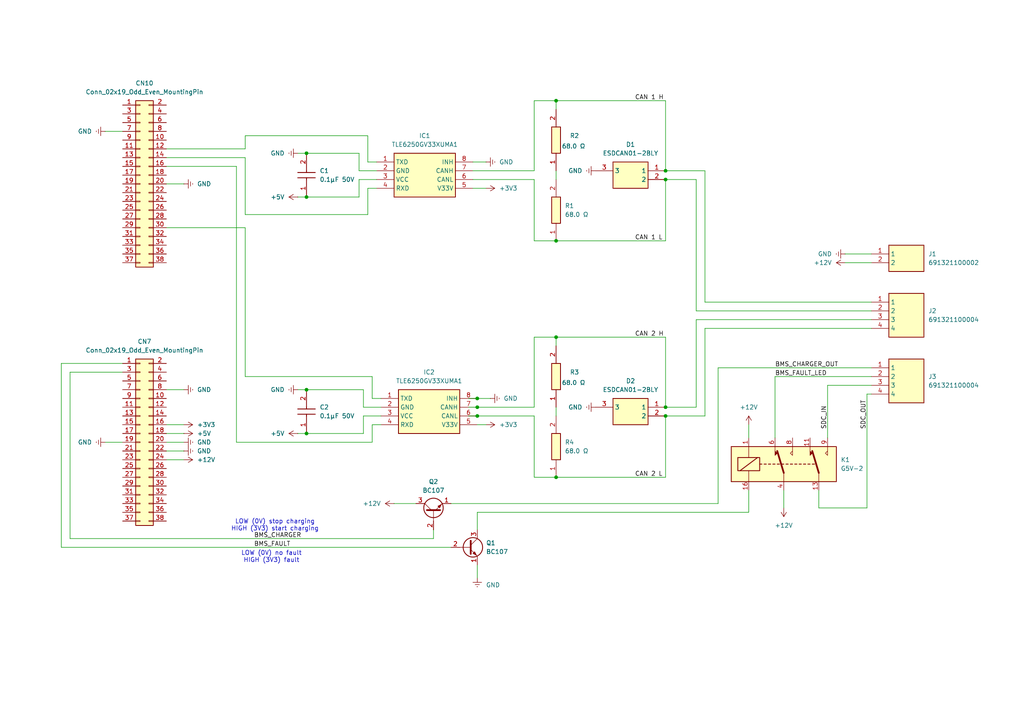
<source format=kicad_sch>
(kicad_sch (version 20250114) (generator "eeschema") (generator_version "9.0")
  (paper "A4")
  (title_block (title "CAN-Shield for NUCLEO-G474RE") (date "2025-06-21") (rev "v1") (company "Green Lion Racing") (comment 1 "Alexander Wallrodt") (comment 2 "Ahmed Bouzidi"))
  (lib_symbols
    (symbol "691321100004_1"
      (property "Reference" "J" (at 16.51 7.62 0))
      (property "Value" "691321100004" (at 16.51 5.08 0))
      (symbol "691321100004_1_1_1"
        (rectangle (start 5.08 2.54) (end 15.24 -10.16) (stroke (width 0.254)) (fill (type background)))
        (pin passive line (at 0 0 0) (length 5.08) (name "1") (number "1"))
        (pin passive line (at 0 -2.54 0) (length 5.08) (name "2") (number "2"))
        (pin passive line (at 0 -5.08 0) (length 5.08) (name "3") (number "3"))
        (pin passive line (at 0 -7.62 0) (length 5.08) (name "4") (number "4"))
      )
    )
    (symbol "Conn_02x19_Odd_Even_MountingPin_1" (pin_names (offset 1.016) (hide yes))
      (property "Reference" "CN10" (at 1.27 29.21 0))
      (property "Value" "Conn_02x19_Odd_Even_MountingPin" (at 1.27 26.67 0))
      (symbol "Conn_02x19_Odd_Even_MountingPin_1_1_1"
        (rectangle (start -1.27 24.13) (end 3.81 -24.13) (stroke (width 0.254)) (fill (type background)))
        (rectangle (start -1.27 22.987) (end 0 22.733) (stroke (width 0.1524)))
        (rectangle (start -1.27 20.447) (end 0 20.193) (stroke (width 0.1524)))
        (rectangle (start -1.27 17.907) (end 0 17.653) (stroke (width 0.1524)))
        (rectangle (start -1.27 15.367) (end 0 15.113) (stroke (width 0.1524)))
        (rectangle (start -1.27 12.827) (end 0 12.573) (stroke (width 0.1524)))
        (rectangle (start -1.27 10.287) (end 0 10.033) (stroke (width 0.1524)))
        (rectangle (start -1.27 7.747) (end 0 7.493) (stroke (width 0.1524)))
        (rectangle (start -1.27 5.207) (end 0 4.953) (stroke (width 0.1524)))
        (rectangle (start -1.27 2.667) (end 0 2.413) (stroke (width 0.1524)))
        (rectangle (start -1.27 0.127) (end 0 -0.127) (stroke (width 0.1524)))
        (rectangle (start -1.27 -2.413) (end 0 -2.667) (stroke (width 0.1524)))
        (rectangle (start -1.27 -4.953) (end 0 -5.207) (stroke (width 0.1524)))
        (rectangle (start -1.27 -7.493) (end 0 -7.747) (stroke (width 0.1524)))
        (rectangle (start -1.27 -10.033) (end 0 -10.287) (stroke (width 0.1524)))
        (rectangle (start -1.27 -12.573) (end 0 -12.827) (stroke (width 0.1524)))
        (rectangle (start -1.27 -15.113) (end 0 -15.367) (stroke (width 0.1524)))
        (rectangle (start -1.27 -17.653) (end 0 -17.907) (stroke (width 0.1524)))
        (rectangle (start -1.27 -20.193) (end 0 -20.447) (stroke (width 0.1524)))
        (rectangle (start -1.27 -22.733) (end 0 -22.987) (stroke (width 0.1524)))
        (rectangle (start 3.81 22.987) (end 2.54 22.733) (stroke (width 0.1524)))
        (rectangle (start 3.81 20.447) (end 2.54 20.193) (stroke (width 0.1524)))
        (rectangle (start 3.81 17.907) (end 2.54 17.653) (stroke (width 0.1524)))
        (rectangle (start 3.81 15.367) (end 2.54 15.113) (stroke (width 0.1524)))
        (rectangle (start 3.81 12.827) (end 2.54 12.573) (stroke (width 0.1524)))
        (rectangle (start 3.81 10.287) (end 2.54 10.033) (stroke (width 0.1524)))
        (rectangle (start 3.81 7.747) (end 2.54 7.493) (stroke (width 0.1524)))
        (rectangle (start 3.81 5.207) (end 2.54 4.953) (stroke (width 0.1524)))
        (rectangle (start 3.81 2.667) (end 2.54 2.413) (stroke (width 0.1524)))
        (rectangle (start 3.81 0.127) (end 2.54 -0.127) (stroke (width 0.1524)))
        (rectangle (start 3.81 -2.413) (end 2.54 -2.667) (stroke (width 0.1524)))
        (rectangle (start 3.81 -4.953) (end 2.54 -5.207) (stroke (width 0.1524)))
        (rectangle (start 3.81 -7.493) (end 2.54 -7.747) (stroke (width 0.1524)))
        (rectangle (start 3.81 -10.033) (end 2.54 -10.287) (stroke (width 0.1524)))
        (rectangle (start 3.81 -12.573) (end 2.54 -12.827) (stroke (width 0.1524)))
        (rectangle (start 3.81 -15.113) (end 2.54 -15.367) (stroke (width 0.1524)))
        (rectangle (start 3.81 -17.653) (end 2.54 -17.907) (stroke (width 0.1524)))
        (rectangle (start 3.81 -20.193) (end 2.54 -20.447) (stroke (width 0.1524)))
        (rectangle (start 3.81 -22.733) (end 2.54 -22.987) (stroke (width 0.1524)))
        (pin passive line (at -5.08 22.86 0) (length 3.81) (name "Pin_1") (number "1"))
        (pin passive line (at -5.08 20.32 0) (length 3.81) (name "Pin_3") (number "3"))
        (pin passive line (at -5.08 17.78 0) (length 3.81) (name "Pin_5") (number "5"))
        (pin passive line (at -5.08 15.24 0) (length 3.81) (name "Pin_7") (number "7"))
        (pin passive line (at -5.08 12.7 0) (length 3.81) (name "Pin_9") (number "9"))
        (pin passive line (at -5.08 10.16 0) (length 3.81) (name "Pin_11") (number "11"))
        (pin passive line (at -5.08 7.62 0) (length 3.81) (name "Pin_13") (number "13"))
        (pin passive line (at -5.08 5.08 0) (length 3.81) (name "Pin_15") (number "15"))
        (pin passive line (at -5.08 2.54 0) (length 3.81) (name "Pin_17") (number "17"))
        (pin passive line (at -5.08 0 0) (length 3.81) (name "Pin_19") (number "19"))
        (pin passive line (at -5.08 -2.54 0) (length 3.81) (name "Pin_21") (number "21"))
        (pin passive line (at -5.08 -5.08 0) (length 3.81) (name "Pin_23") (number "23"))
        (pin passive line (at -5.08 -7.62 0) (length 3.81) (name "Pin_25") (number "25"))
        (pin passive line (at -5.08 -10.16 0) (length 3.81) (name "Pin_27") (number "27"))
        (pin passive line (at -5.08 -12.7 0) (length 3.81) (name "Pin_29") (number "29"))
        (pin passive line (at -5.08 -15.24 0) (length 3.81) (name "Pin_31") (number "31"))
        (pin passive line (at -5.08 -17.78 0) (length 3.81) (name "Pin_33") (number "33"))
        (pin passive line (at -5.08 -20.32 0) (length 3.81) (name "Pin_35") (number "35"))
        (pin passive line (at -5.08 -22.86 0) (length 3.81) (name "Pin_37") (number "37"))
        (pin passive line (at 7.62 22.86 180) (length 3.81) (name "Pin_2") (number "2"))
        (pin passive line (at 7.62 20.32 180) (length 3.81) (name "Pin_4") (number "4"))
        (pin passive line (at 7.62 17.78 180) (length 3.81) (name "Pin_6") (number "6"))
        (pin passive line (at 7.62 15.24 180) (length 3.81) (name "Pin_8") (number "8"))
        (pin passive line (at 7.62 12.7 180) (length 3.81) (name "Pin_10") (number "10"))
        (pin passive line (at 7.62 10.16 180) (length 3.81) (name "Pin_12") (number "12"))
        (pin passive line (at 7.62 7.62 180) (length 3.81) (name "Pin_14") (number "14"))
        (pin passive line (at 7.62 5.08 180) (length 3.81) (name "Pin_16") (number "16"))
        (pin passive line (at 7.62 2.54 180) (length 3.81) (name "Pin_18") (number "18"))
        (pin passive line (at 7.62 0 180) (length 3.81) (name "Pin_20") (number "20"))
        (pin passive line (at 7.62 -2.54 180) (length 3.81) (name "Pin_22") (number "22"))
        (pin passive line (at 7.62 -5.08 180) (length 3.81) (name "Pin_24") (number "24"))
        (pin passive line (at 7.62 -7.62 180) (length 3.81) (name "Pin_26") (number "26"))
        (pin passive line (at 7.62 -10.16 180) (length 3.81) (name "Pin_28") (number "28"))
        (pin passive line (at 7.62 -12.7 180) (length 3.81) (name "Pin_30") (number "30"))
        (pin passive line (at 7.62 -15.24 180) (length 3.81) (name "Pin_32") (number "32"))
        (pin passive line (at 7.62 -17.78 180) (length 3.81) (name "Pin_34") (number "34"))
        (pin passive line (at 7.62 -20.32 180) (length 3.81) (name "Pin_36") (number "36"))
        (pin passive line (at 7.62 -22.86 180) (length 3.81) (name "Pin_38") (number "38"))
      )
    )
    (symbol "Connector_Generic_MountingPin:Conn_02x19_Odd_Even_MountingPin" (pin_names (offset 1.016) (hide yes))
      (property "Reference" "CN7" (at 1.27 29.21 0))
      (property "Value" "Conn_02x19_Odd_Even_MountingPin" (at 1.27 26.67 0))
      (symbol "Conn_02x19_Odd_Even_MountingPin_1_1"
        (rectangle (start -1.27 24.13) (end 3.81 -24.13) (stroke (width 0.254)) (fill (type background)))
        (rectangle (start -1.27 22.987) (end 0 22.733) (stroke (width 0.1524)))
        (rectangle (start -1.27 20.447) (end 0 20.193) (stroke (width 0.1524)))
        (rectangle (start -1.27 17.907) (end 0 17.653) (stroke (width 0.1524)))
        (rectangle (start -1.27 15.367) (end 0 15.113) (stroke (width 0.1524)))
        (rectangle (start -1.27 12.827) (end 0 12.573) (stroke (width 0.1524)))
        (rectangle (start -1.27 10.287) (end 0 10.033) (stroke (width 0.1524)))
        (rectangle (start -1.27 7.747) (end 0 7.493) (stroke (width 0.1524)))
        (rectangle (start -1.27 5.207) (end 0 4.953) (stroke (width 0.1524)))
        (rectangle (start -1.27 2.667) (end 0 2.413) (stroke (width 0.1524)))
        (rectangle (start -1.27 0.127) (end 0 -0.127) (stroke (width 0.1524)))
        (rectangle (start -1.27 -2.413) (end 0 -2.667) (stroke (width 0.1524)))
        (rectangle (start -1.27 -4.953) (end 0 -5.207) (stroke (width 0.1524)))
        (rectangle (start -1.27 -7.493) (end 0 -7.747) (stroke (width 0.1524)))
        (rectangle (start -1.27 -10.033) (end 0 -10.287) (stroke (width 0.1524)))
        (rectangle (start -1.27 -12.573) (end 0 -12.827) (stroke (width 0.1524)))
        (rectangle (start -1.27 -15.113) (end 0 -15.367) (stroke (width 0.1524)))
        (rectangle (start -1.27 -17.653) (end 0 -17.907) (stroke (width 0.1524)))
        (rectangle (start -1.27 -20.193) (end 0 -20.447) (stroke (width 0.1524)))
        (rectangle (start -1.27 -22.733) (end 0 -22.987) (stroke (width 0.1524)))
        (rectangle (start 3.81 22.987) (end 2.54 22.733) (stroke (width 0.1524)))
        (rectangle (start 3.81 20.447) (end 2.54 20.193) (stroke (width 0.1524)))
        (rectangle (start 3.81 17.907) (end 2.54 17.653) (stroke (width 0.1524)))
        (rectangle (start 3.81 15.367) (end 2.54 15.113) (stroke (width 0.1524)))
        (rectangle (start 3.81 12.827) (end 2.54 12.573) (stroke (width 0.1524)))
        (rectangle (start 3.81 10.287) (end 2.54 10.033) (stroke (width 0.1524)))
        (rectangle (start 3.81 7.747) (end 2.54 7.493) (stroke (width 0.1524)))
        (rectangle (start 3.81 5.207) (end 2.54 4.953) (stroke (width 0.1524)))
        (rectangle (start 3.81 2.667) (end 2.54 2.413) (stroke (width 0.1524)))
        (rectangle (start 3.81 0.127) (end 2.54 -0.127) (stroke (width 0.1524)))
        (rectangle (start 3.81 -2.413) (end 2.54 -2.667) (stroke (width 0.1524)))
        (rectangle (start 3.81 -4.953) (end 2.54 -5.207) (stroke (width 0.1524)))
        (rectangle (start 3.81 -7.493) (end 2.54 -7.747) (stroke (width 0.1524)))
        (rectangle (start 3.81 -10.033) (end 2.54 -10.287) (stroke (width 0.1524)))
        (rectangle (start 3.81 -12.573) (end 2.54 -12.827) (stroke (width 0.1524)))
        (rectangle (start 3.81 -15.113) (end 2.54 -15.367) (stroke (width 0.1524)))
        (rectangle (start 3.81 -17.653) (end 2.54 -17.907) (stroke (width 0.1524)))
        (rectangle (start 3.81 -20.193) (end 2.54 -20.447) (stroke (width 0.1524)))
        (rectangle (start 3.81 -22.733) (end 2.54 -22.987) (stroke (width 0.1524)))
        (pin passive line (at -5.08 22.86 0) (length 3.81) (name "Pin_1") (number "1"))
        (pin passive line (at -5.08 20.32 0) (length 3.81) (name "Pin_3") (number "3"))
        (pin passive line (at -5.08 17.78 0) (length 3.81) (name "Pin_5") (number "5"))
        (pin passive line (at -5.08 15.24 0) (length 3.81) (name "Pin_7") (number "7"))
        (pin passive line (at -5.08 12.7 0) (length 3.81) (name "Pin_9") (number "9"))
        (pin passive line (at -5.08 10.16 0) (length 3.81) (name "Pin_11") (number "11"))
        (pin passive line (at -5.08 7.62 0) (length 3.81) (name "Pin_13") (number "13"))
        (pin passive line (at -5.08 5.08 0) (length 3.81) (name "Pin_15") (number "15"))
        (pin passive line (at -5.08 2.54 0) (length 3.81) (name "Pin_17") (number "17"))
        (pin passive line (at -5.08 0 0) (length 3.81) (name "Pin_19") (number "19"))
        (pin passive line (at -5.08 -2.54 0) (length 3.81) (name "Pin_21") (number "21"))
        (pin passive line (at -5.08 -5.08 0) (length 3.81) (name "Pin_23") (number "23"))
        (pin passive line (at -5.08 -7.62 0) (length 3.81) (name "Pin_25") (number "25"))
        (pin passive line (at -5.08 -10.16 0) (length 3.81) (name "Pin_27") (number "27"))
        (pin passive line (at -5.08 -12.7 0) (length 3.81) (name "Pin_29") (number "29"))
        (pin passive line (at -5.08 -15.24 0) (length 3.81) (name "Pin_31") (number "31"))
        (pin passive line (at -5.08 -17.78 0) (length 3.81) (name "Pin_33") (number "33"))
        (pin passive line (at -5.08 -20.32 0) (length 3.81) (name "Pin_35") (number "35"))
        (pin passive line (at -5.08 -22.86 0) (length 3.81) (name "Pin_37") (number "37"))
        (pin passive line (at 7.62 22.86 180) (length 3.81) (name "Pin_2") (number "2"))
        (pin passive line (at 7.62 20.32 180) (length 3.81) (name "Pin_4") (number "4"))
        (pin passive line (at 7.62 17.78 180) (length 3.81) (name "Pin_6") (number "6"))
        (pin passive line (at 7.62 15.24 180) (length 3.81) (name "Pin_8") (number "8"))
        (pin passive line (at 7.62 12.7 180) (length 3.81) (name "Pin_10") (number "10"))
        (pin passive line (at 7.62 10.16 180) (length 3.81) (name "Pin_12") (number "12"))
        (pin passive line (at 7.62 7.62 180) (length 3.81) (name "Pin_14") (number "14"))
        (pin passive line (at 7.62 5.08 180) (length 3.81) (name "Pin_16") (number "16"))
        (pin passive line (at 7.62 2.54 180) (length 3.81) (name "Pin_18") (number "18"))
        (pin passive line (at 7.62 0 180) (length 3.81) (name "Pin_20") (number "20"))
        (pin passive line (at 7.62 -2.54 180) (length 3.81) (name "Pin_22") (number "22"))
        (pin passive line (at 7.62 -5.08 180) (length 3.81) (name "Pin_24") (number "24"))
        (pin passive line (at 7.62 -7.62 180) (length 3.81) (name "Pin_26") (number "26"))
        (pin passive line (at 7.62 -10.16 180) (length 3.81) (name "Pin_28") (number "28"))
        (pin passive line (at 7.62 -12.7 180) (length 3.81) (name "Pin_30") (number "30"))
        (pin passive line (at 7.62 -15.24 180) (length 3.81) (name "Pin_32") (number "32"))
        (pin passive line (at 7.62 -17.78 180) (length 3.81) (name "Pin_34") (number "34"))
        (pin passive line (at 7.62 -20.32 180) (length 3.81) (name "Pin_36") (number "36"))
        (pin passive line (at 7.62 -22.86 180) (length 3.81) (name "Pin_38") (number "38"))
      )
    )
    (symbol "Relay:G5V-2"
      (property "Reference" "K" (at 16.51 3.81 0))
      (property "Value" "G5V-2" (at 16.51 1.27 0))
      (symbol "G5V-2_0_1"
        (rectangle (start -15.24 5.08) (end 15.24 -5.08) (stroke (width 0.254)) (fill (type background)))
        (rectangle (start -13.335 1.905) (end -6.985 -1.905) (stroke (width 0.254)))
        (polyline (pts (xy -12.7 -1.905) (xy -7.62 1.905)) (stroke (width 0.254)))
        (polyline (pts (xy -10.16 5.08) (xy -10.16 1.905)))
        (polyline (pts (xy -10.16 -5.08) (xy -10.16 -1.905)))
        (polyline (pts (xy -6.985 0) (xy -6.35 0)) (stroke (width 0.254)))
        (polyline (pts (xy -5.715 0) (xy -5.08 0)) (stroke (width 0.254)))
        (polyline (pts (xy -4.445 0) (xy -3.81 0)) (stroke (width 0.254)))
        (polyline (pts (xy -3.175 0) (xy -2.54 0)) (stroke (width 0.254)))
        (polyline (pts (xy -2.54 5.08) (xy -2.54 2.54) (xy -1.905 3.175) (xy -2.54 3.81)) (fill (type outline)))
        (polyline (pts (xy -1.905 0) (xy -1.27 0)) (stroke (width 0.254)))
        (polyline (pts (xy -0.635 0) (xy 0 0)) (stroke (width 0.254)))
        (polyline (pts (xy 0 -2.54) (xy -1.905 3.81)) (stroke (width 0.508)))
        (polyline (pts (xy 0 -2.54) (xy 0 -5.08)))
        (polyline (pts (xy 0.635 0) (xy 1.27 0)) (stroke (width 0.254)))
        (polyline (pts (xy 1.905 0) (xy 2.54 0)) (stroke (width 0.254)))
        (polyline (pts (xy 2.54 5.08) (xy 2.54 2.54) (xy 1.905 3.175) (xy 2.54 3.81)))
        (polyline (pts (xy 3.175 0) (xy 3.81 0)) (stroke (width 0.254)))
        (polyline (pts (xy 4.445 0) (xy 5.08 0)) (stroke (width 0.254)))
        (polyline (pts (xy 5.715 0) (xy 6.35 0)) (stroke (width 0.254)))
        (polyline (pts (xy 6.985 0) (xy 7.62 0)) (stroke (width 0.254)))
        (polyline (pts (xy 7.62 5.08) (xy 7.62 2.54) (xy 8.255 3.175) (xy 7.62 3.81)) (fill (type outline)))
        (polyline (pts (xy 8.255 0) (xy 8.89 0)) (stroke (width 0.254)))
        (polyline (pts (xy 10.16 -2.54) (xy 8.255 3.81)) (stroke (width 0.508)))
        (polyline (pts (xy 10.16 -2.54) (xy 10.16 -5.08)))
        (polyline (pts (xy 12.7 5.08) (xy 12.7 2.54) (xy 12.065 3.175) (xy 12.7 3.81)))
      )
      (symbol "G5V-2_1_1"
        (pin passive line (at -10.16 7.62 270) (length 2.54) (name "~") (number "1"))
        (pin passive line (at -10.16 -7.62 90) (length 2.54) (name "~") (number "16"))
        (pin passive line (at -2.54 7.62 270) (length 2.54) (name "~") (number "6"))
        (pin passive line (at 0 -7.62 90) (length 2.54) (name "~") (number "4"))
        (pin passive line (at 2.54 7.62 270) (length 2.54) (name "~") (number "8"))
        (pin passive line (at 7.62 7.62 270) (length 2.54) (name "~") (number "11"))
        (pin passive line (at 10.16 -7.62 90) (length 2.54) (name "~") (number "13"))
        (pin passive line (at 12.7 7.62 270) (length 2.54) (name "~") (number "9"))
      )
    )
    (symbol "SamacSys_Parts:691321100002"
      (property "Reference" "J" (at 16.51 7.62 0))
      (property "Value" "691321100002" (at 16.51 5.08 0))
      (symbol "691321100002_1_1"
        (rectangle (start 5.08 2.54) (end 15.24 -5.08) (stroke (width 0.254)) (fill (type background)))
        (pin passive line (at 0 0 0) (length 5.08) (name "1") (number "1"))
        (pin passive line (at 0 -2.54 0) (length 5.08) (name "2") (number "2"))
      )
    )
    (symbol "SamacSys_Parts:691321100004"
      (property "Reference" "J" (at 16.51 7.62 0))
      (property "Value" "691321100004" (at 16.51 5.08 0))
      (symbol "691321100004_1_1"
        (rectangle (start 5.08 2.54) (end 15.24 -10.16) (stroke (width 0.254)) (fill (type background)))
        (pin passive line (at 0 0 0) (length 5.08) (name "1") (number "1"))
        (pin passive line (at 0 -2.54 0) (length 5.08) (name "2") (number "2"))
        (pin passive line (at 0 -5.08 0) (length 5.08) (name "3") (number "3"))
        (pin passive line (at 0 -7.62 0) (length 5.08) (name "4") (number "4"))
      )
    )
    (symbol "SamacSys_Parts:CL10B104KB8NNNC" (pin_names (hide yes))
      (property "Reference" "C" (at 8.89 6.35 0))
      (property "Value" "CL10B104KB8NNNC" (at 8.89 3.81 0))
      (symbol "CL10B104KB8NNNC_1_1"
        (polyline (pts (xy 5.08 0) (xy 5.588 0)) (stroke (width 0.254)))
        (polyline (pts (xy 5.588 2.54) (xy 5.588 -2.54)) (stroke (width 0.254)))
        (polyline (pts (xy 7.112 2.54) (xy 7.112 -2.54)) (stroke (width 0.254)))
        (polyline (pts (xy 7.112 0) (xy 7.62 0)) (stroke (width 0.254)))
        (pin passive line (at 0 0 0) (length 5.08) (name "1") (number "1"))
        (pin passive line (at 12.7 0 180) (length 5.08) (name "2") (number "2"))
      )
    )
    (symbol "SamacSys_Parts:CRCW060368R1FKEA" (pin_names (hide yes))
      (property "Reference" "R" (at 13.97 6.35 0))
      (property "Value" "CRCW060368R1FKEA" (at 13.97 3.81 0))
      (symbol "CRCW060368R1FKEA_1_1"
        (rectangle (start 5.08 1.27) (end 12.7 -1.27) (stroke (width 0.254)) (fill (type background)))
        (pin passive line (at 0 0 0) (length 5.08) (name "1") (number "1"))
        (pin passive line (at 17.78 0 180) (length 5.08) (name "2") (number "2"))
      )
    )
    (symbol "SamacSys_Parts:ESDCAN01-2BLY"
      (property "Reference" "D" (at 16.51 7.62 0))
      (property "Value" "ESDCAN01-2BLY" (at 16.51 5.08 0))
      (symbol "ESDCAN01-2BLY_1_1"
        (rectangle (start 5.08 2.54) (end 15.24 -5.08) (stroke (width 0.254)) (fill (type background)))
        (pin passive line (at 0 0 0) (length 5.08) (name "1") (number "1"))
        (pin passive line (at 0 -2.54 0) (length 5.08) (name "2") (number "2"))
        (pin passive line (at 20.32 0 180) (length 5.08) (name "3") (number "3"))
      )
    )
    (symbol "SamacSys_Parts:TLE6250GV33XUMA1"
      (property "Reference" "IC" (at 24.13 7.62 0))
      (property "Value" "TLE6250GV33XUMA1" (at 24.13 5.08 0))
      (symbol "TLE6250GV33XUMA1_1_1"
        (rectangle (start 5.08 2.54) (end 22.86 -10.16) (stroke (width 0.254)) (fill (type background)))
        (pin passive line (at 0 0 0) (length 5.08) (name "TXD") (number "1"))
        (pin passive line (at 0 -2.54 0) (length 5.08) (name "GND") (number "2"))
        (pin passive line (at 0 -5.08 0) (length 5.08) (name "VCC") (number "3"))
        (pin passive line (at 0 -7.62 0) (length 5.08) (name "RXD") (number "4"))
        (pin passive line (at 27.94 0 180) (length 5.08) (name "INH") (number "8"))
        (pin passive line (at 27.94 -2.54 180) (length 5.08) (name "CANH") (number "7"))
        (pin passive line (at 27.94 -5.08 180) (length 5.08) (name "CANL") (number "6"))
        (pin passive line (at 27.94 -7.62 180) (length 5.08) (name "V33V") (number "5"))
      )
    )
    (symbol "Transistor_BJT:BC107" (pin_names (offset 0) (hide yes))
      (property "Reference" "Q" (at 5.08 1.905 0))
      (property "Value" "BC107" (at 5.08 0 0))
      (symbol "BC107_0_1"
        (polyline (pts (xy -2.54 0) (xy 0.635 0)))
        (polyline (pts (xy 0.635 1.905) (xy 0.635 -1.905)) (stroke (width 0.508)))
        (circle (center 1.27 0) (radius 2.8194) (stroke (width 0.254)))
      )
      (symbol "BC107_1_1"
        (polyline (pts (xy 0.635 0.635) (xy 2.54 2.54)))
        (polyline (pts (xy 0.635 -0.635) (xy 2.54 -2.54)))
        (polyline (pts (xy 1.27 -1.778) (xy 1.778 -1.27) (xy 2.286 -2.286) (xy 1.27 -1.778)) (fill (type outline)))
        (pin input line (at -5.08 0 0) (length 2.54) (name "B") (number "2"))
        (pin passive line (at 2.54 5.08 270) (length 2.54) (name "C") (number "3"))
        (pin passive line (at 2.54 -5.08 90) (length 2.54) (name "E") (number "1"))
      )
    )
    (symbol "power:+12V" (power) (pin_numbers (hide yes)) (pin_names (offset 0) (hide yes))
      (property "Value" "+12V" (at 0 3.556 0))
      (symbol "+12V_0_1"
        (polyline (pts (xy -0.762 1.27) (xy 0 2.54)))
        (polyline (pts (xy 0 2.54) (xy 0.762 1.27)))
        (polyline (pts (xy 0 0) (xy 0 2.54)))
      )
      (symbol "+12V_1_1"
        (pin power_in line (at 0 0 90) (length 0) (name "~") (number "1"))
      )
    )
    (symbol "power:+3V3" (power) (pin_numbers (hide yes)) (pin_names (offset 0) (hide yes))
      (property "Value" "+3V3" (at 0 3.556 0))
      (symbol "+3V3_0_1"
        (polyline (pts (xy -0.762 1.27) (xy 0 2.54)))
        (polyline (pts (xy 0 2.54) (xy 0.762 1.27)))
        (polyline (pts (xy 0 0) (xy 0 2.54)))
      )
      (symbol "+3V3_1_1"
        (pin power_in line (at 0 0 90) (length 0) (name "~") (number "1"))
      )
    )
    (symbol "power:+5V" (power) (pin_numbers (hide yes)) (pin_names (offset 0) (hide yes))
      (property "Value" "+5V" (at 0 3.556 0))
      (symbol "+5V_0_1"
        (polyline (pts (xy -0.762 1.27) (xy 0 2.54)))
        (polyline (pts (xy 0 2.54) (xy 0.762 1.27)))
        (polyline (pts (xy 0 0) (xy 0 2.54)))
      )
      (symbol "+5V_1_1"
        (pin power_in line (at 0 0 90) (length 0) (name "~") (number "1"))
      )
    )
    (symbol "power:GNDREF" (power) (pin_numbers (hide yes)) (pin_names (offset 0) (hide yes))
      (property "Value" "GNDREF" (at 0 -3.81 0))
      (symbol "GNDREF_0_1"
        (polyline (pts (xy -0.635 -1.905) (xy 0.635 -1.905)))
        (polyline (pts (xy -0.127 -2.54) (xy 0.127 -2.54)))
        (polyline (pts (xy 0 -1.27) (xy 0 0)))
        (polyline (pts (xy 1.27 -1.27) (xy -1.27 -1.27)))
      )
      (symbol "GNDREF_1_1"
        (pin power_in line (at 0 0 270) (length 0) (name "~") (number "1"))
      )
    )
  )
  (text "LOW (0V) stop charging\nHIGH (3V3) start charging" (at 79.756 152.4 0) (effects (font (size 1.27 1.27))))
  (text "LOW (0V) no fault\nHIGH (3V3) fault" (at 78.74 161.544 0) (effects (font (size 1.27 1.27))))
  (junction (at 161.29 69.85))
  (junction (at 161.29 29.21))
  (junction (at 161.29 97.79))
  (junction (at 193.04 120.65))
  (junction (at 138.43 115.57))
  (junction (at 88.9 125.73))
  (junction (at 88.9 113.03))
  (junction (at 193.04 49.53))
  (junction (at 193.04 118.11))
  (junction (at 193.04 52.07))
  (junction (at 161.29 138.43))
  (junction (at 138.43 120.65))
  (junction (at 88.9 57.15))
  (junction (at 88.9 44.45))
  (junction (at 138.43 118.11))
  (wire (pts (xy 86.36 57.15) (xy 88.9 57.15)))
  (wire (pts (xy 35.56 105.41) (xy 17.78 105.41)))
  (wire (pts (xy 245.11 73.66) (xy 252.73 73.66)))
  (wire (pts (xy 107.95 123.19) (xy 107.95 128.27)))
  (wire (pts (xy 107.95 115.57) (xy 110.49 115.57)))
  (wire (pts (xy 53.34 133.35) (xy 48.26 133.35)))
  (wire (pts (xy 105.41 113.03) (xy 88.9 113.03)))
  (wire (pts (xy 161.29 29.21) (xy 193.04 29.21)))
  (wire (pts (xy 193.04 118.11) (xy 201.93 118.11)))
  (wire (pts (xy 105.41 120.65) (xy 105.41 125.73)))
  (wire (pts (xy 201.93 52.07) (xy 201.93 90.17)))
  (wire (pts (xy 161.29 97.79) (xy 161.29 100.33)))
  (wire (pts (xy 140.97 54.61) (xy 137.16 54.61)))
  (wire (pts (xy 106.68 46.99) (xy 109.22 46.99)))
  (wire (pts (xy 204.47 49.53) (xy 204.47 87.63)))
  (wire (pts (xy 137.16 49.53) (xy 154.94 49.53)))
  (wire (pts (xy 130.81 146.05) (xy 208.28 146.05)))
  (wire (pts (xy 88.9 44.45) (xy 104.14 44.45)))
  (wire (pts (xy 240.03 111.76) (xy 252.73 111.76)))
  (wire (pts (xy 71.12 43.18) (xy 48.26 43.18)))
  (wire (pts (xy 227.33 142.24) (xy 227.33 147.32)))
  (wire (pts (xy 135.89 115.57) (xy 138.43 115.57)))
  (wire (pts (xy 17.78 105.41) (xy 17.78 158.75)))
  (wire (pts (xy 201.93 92.71) (xy 252.73 92.71)))
  (wire (pts (xy 110.49 120.65) (xy 105.41 120.65)))
  (wire (pts (xy 104.14 49.53) (xy 104.14 44.45)))
  (wire (pts (xy 109.22 52.07) (xy 104.14 52.07)))
  (wire (pts (xy 138.43 148.59) (xy 138.43 153.67)))
  (wire (pts (xy 140.97 123.19) (xy 138.43 123.19)))
  (wire (pts (xy 48.26 125.73) (xy 53.34 125.73)))
  (wire (pts (xy 71.12 39.37) (xy 71.12 43.18)))
  (wire (pts (xy 105.41 125.73) (xy 88.9 125.73)))
  (wire (pts (xy 204.47 120.65) (xy 204.47 95.25)))
  (wire (pts (xy 110.49 118.11) (xy 105.41 118.11)))
  (wire (pts (xy 86.36 44.45) (xy 88.9 44.45)))
  (wire (pts (xy 208.28 146.05) (xy 208.28 106.68)))
  (wire (pts (xy 204.47 87.63) (xy 252.73 87.63)))
  (wire (pts (xy 106.68 39.37) (xy 71.12 39.37)))
  (wire (pts (xy 154.94 29.21) (xy 161.29 29.21)))
  (wire (pts (xy 154.94 97.79) (xy 154.94 118.11)))
  (wire (pts (xy 107.95 115.57) (xy 107.95 109.22)))
  (wire (pts (xy 154.94 138.43) (xy 161.29 138.43)))
  (wire (pts (xy 71.12 45.72) (xy 71.12 62.23)))
  (wire (pts (xy 105.41 118.11) (xy 105.41 113.03)))
  (wire (pts (xy 154.94 52.07) (xy 154.94 69.85)))
  (wire (pts (xy 237.49 147.32) (xy 251.46 147.32)))
  (wire (pts (xy 161.29 49.53) (xy 161.29 52.07)))
  (wire (pts (xy 193.04 120.65) (xy 204.47 120.65)))
  (wire (pts (xy 154.94 69.85) (xy 161.29 69.85)))
  (wire (pts (xy 224.79 109.22) (xy 252.73 109.22)))
  (wire (pts (xy 204.47 95.25) (xy 252.73 95.25)))
  (wire (pts (xy 224.79 109.22) (xy 224.79 127)))
  (wire (pts (xy 106.68 46.99) (xy 106.68 39.37)))
  (wire (pts (xy 48.26 123.19) (xy 53.34 123.19)))
  (wire (pts (xy 193.04 97.79) (xy 193.04 118.11)))
  (wire (pts (xy 138.43 118.11) (xy 154.94 118.11)))
  (wire (pts (xy 107.95 109.22) (xy 71.12 109.22)))
  (wire (pts (xy 217.17 123.19) (xy 217.17 127)))
  (wire (pts (xy 201.93 118.11) (xy 201.93 92.71)))
  (wire (pts (xy 86.36 125.73) (xy 88.9 125.73)))
  (wire (pts (xy 48.26 130.81) (xy 53.34 130.81)))
  (wire (pts (xy 138.43 148.59) (xy 217.17 148.59)))
  (wire (pts (xy 161.29 138.43) (xy 193.04 138.43)))
  (wire (pts (xy 193.04 52.07) (xy 201.93 52.07)))
  (wire (pts (xy 107.95 128.27) (xy 68.58 128.27)))
  (wire (pts (xy 251.46 114.3) (xy 251.46 147.32)))
  (wire (pts (xy 161.29 97.79) (xy 193.04 97.79)))
  (wire (pts (xy 193.04 138.43) (xy 193.04 120.65)))
  (wire (pts (xy 68.58 48.26) (xy 48.26 48.26)))
  (wire (pts (xy 86.36 113.03) (xy 88.9 113.03)))
  (wire (pts (xy 109.22 49.53) (xy 104.14 49.53)))
  (wire (pts (xy 48.26 128.27) (xy 53.34 128.27)))
  (wire (pts (xy 237.49 147.32) (xy 237.49 142.24)))
  (wire (pts (xy 138.43 163.83) (xy 138.43 167.64)))
  (wire (pts (xy 30.48 38.1) (xy 35.56 38.1)))
  (wire (pts (xy 154.94 120.65) (xy 154.94 138.43)))
  (wire (pts (xy 71.12 66.04) (xy 48.26 66.04)))
  (wire (pts (xy 154.94 97.79) (xy 161.29 97.79)))
  (wire (pts (xy 161.29 69.85) (xy 193.04 69.85)))
  (wire (pts (xy 135.89 120.65) (xy 138.43 120.65)))
  (wire (pts (xy 17.78 158.75) (xy 130.81 158.75)))
  (wire (pts (xy 30.48 128.27) (xy 35.56 128.27)))
  (wire (pts (xy 193.04 49.53) (xy 204.47 49.53)))
  (wire (pts (xy 68.58 128.27) (xy 68.58 48.26)))
  (wire (pts (xy 104.14 57.15) (xy 88.9 57.15)))
  (wire (pts (xy 104.14 52.07) (xy 104.14 57.15)))
  (wire (pts (xy 48.26 45.72) (xy 71.12 45.72)))
  (wire (pts (xy 20.32 107.95) (xy 20.32 156.21)))
  (wire (pts (xy 217.17 148.59) (xy 217.17 142.24)))
  (wire (pts (xy 137.16 46.99) (xy 140.97 46.99)))
  (wire (pts (xy 138.43 120.65) (xy 154.94 120.65)))
  (wire (pts (xy 208.28 106.68) (xy 252.73 106.68)))
  (wire (pts (xy 135.89 118.11) (xy 138.43 118.11)))
  (wire (pts (xy 114.3 146.05) (xy 120.65 146.05)))
  (wire (pts (xy 193.04 69.85) (xy 193.04 52.07)))
  (wire (pts (xy 20.32 156.21) (xy 125.73 156.21)))
  (wire (pts (xy 48.26 113.03) (xy 53.34 113.03)))
  (wire (pts (xy 193.04 29.21) (xy 193.04 49.53)))
  (wire (pts (xy 161.29 29.21) (xy 161.29 31.75)))
  (wire (pts (xy 110.49 123.19) (xy 107.95 123.19)))
  (wire (pts (xy 161.29 118.11) (xy 161.29 120.65)))
  (wire (pts (xy 201.93 90.17) (xy 252.73 90.17)))
  (wire (pts (xy 35.56 107.95) (xy 20.32 107.95)))
  (wire (pts (xy 71.12 109.22) (xy 71.12 66.04)))
  (wire (pts (xy 71.12 62.23) (xy 106.68 62.23)))
  (wire (pts (xy 240.03 111.76) (xy 240.03 127)))
  (wire (pts (xy 154.94 29.21) (xy 154.94 49.53)))
  (wire (pts (xy 125.73 156.21) (xy 125.73 153.67)))
  (wire (pts (xy 106.68 62.23) (xy 106.68 54.61)))
  (wire (pts (xy 251.46 114.3) (xy 252.73 114.3)))
  (wire (pts (xy 138.43 115.57) (xy 142.24 115.57)))
  (wire (pts (xy 106.68 54.61) (xy 109.22 54.61)))
  (wire (pts (xy 245.11 76.2) (xy 252.73 76.2)))
  (wire (pts (xy 137.16 52.07) (xy 154.94 52.07)))
  (wire (pts (xy 48.26 53.34) (xy 53.34 53.34)))
  (label "SDC_IN" (at 240.03 124.46 90))
  (label "BMS_FAULT_LED" (at 224.79 109.22 0))
  (label "SDC_OUT" (at 251.46 124.46 90))
  (label "CAN 2 L" (at 184.15 138.43 0))
  (label "CAN 1 H" (at 184.15 29.21 0))
  (label "BMS_CHARGER" (at 73.66 156.21 0))
  (label "CAN 2 H" (at 184.15 97.79 0))
  (label "BMS_FAULT" (at 73.66 158.75 0))
  (label "BMS_CHARGER_OUT" (at 224.79 106.68 0))
  (label "CAN 1 L" (at 184.15 69.85 0))
  (symbol (lib_id "power:GNDREF") (at 30.48 38.1 270) (unit 1)
    (property "Reference" "#PWR023" (effects (hide yes)))
    (property "Value" "GND" (at 26.67 38.1001 90) (effects (justify right)))
    (property "Description" "Power symbol creates a global label with name \"GNDREF\" , reference supply ground" (effects (hide yes)))
  )
  (symbol (lib_id "SamacSys_Parts:CL10B104KB8NNNC") (at 88.9 57.15 90) (unit 1)
    (property "Reference" "C1" (at 92.71 49.5299 90) (effects (justify right)))
    (property "Value" "0.1μF 50V" (at 92.71 52.0699 90) (effects (justify right)))
    (property "Footprint" "CAPC1608X90N" (effects (hide yes)))
    (property "Datasheet" "https://datasheet.datasheetarchive.com/originals/distributors/Datasheets-DGA10/2408969.pdf" (effects (hide yes)))
    (property "Description" "Ceramic cap 0603 X7R 50V 100nF (Reel)" (effects (hide yes)))
    (property "Height" "0.9" (effects (hide yes)))
    (property "Manufacturer_Name" "SAMSUNG" (effects (hide yes)))
    (property "Manufacturer_Part_Number" "CL10B104KB8NNNC" (effects (hide yes)))
  )
  (symbol (lib_id "SamacSys_Parts:CRCW060368R1FKEA") (at 161.29 69.85 90) (unit 1)
    (property "Reference" "R1" (at 163.83 59.6899 90) (effects (justify right)))
    (property "Value" "68.0 Ω" (at 163.83 62.2299 90) (effects (justify right)))
    (property "Footprint" "RESC1608X50N" (effects (hide yes)))
    (property "Datasheet" "http://www.vishay.com/docs/20035/dcrcwe3.pdf" (effects (hide yes)))
    (property "Description" "Vishay CRCW Series Thick Film Surface Mount Resistor 0603 Case 68.1 +/-1% 0.1W +/-100ppm/C" (effects (hide yes)))
    (property "Height" "0.5" (effects (hide yes)))
    (property "Manufacturer_Name" "Vishay" (effects (hide yes)))
    (property "Manufacturer_Part_Number" "CRCW060368R1FKEA" (effects (hide yes)))
  )
  (symbol (lib_id "power:GNDREF") (at 30.48 128.27 270) (unit 1)
    (property "Reference" "#PWR021" (effects (hide yes)))
    (property "Value" "GND" (at 26.67 128.2701 90) (effects (justify right)))
    (property "Description" "Power symbol creates a global label with name \"GNDREF\" , reference supply ground" (effects (hide yes)))
  )
  (symbol (lib_id "SamacSys_Parts:CL10B104KB8NNNC") (at 88.9 125.73 90) (unit 1)
    (property "Reference" "C2" (at 92.71 118.1099 90) (effects (justify right)))
    (property "Value" "0.1μF 50V" (at 92.71 120.6499 90) (effects (justify right)))
    (property "Footprint" "CAPC1608X90N" (effects (hide yes)))
    (property "Datasheet" "https://datasheet.datasheetarchive.com/originals/distributors/Datasheets-DGA10/2408969.pdf" (effects (hide yes)))
    (property "Description" "Ceramic cap 0603 X7R 50V 100nF (Reel)" (effects (hide yes)))
    (property "Height" "0.9" (effects (hide yes)))
    (property "Manufacturer_Name" "SAMSUNG" (effects (hide yes)))
    (property "Manufacturer_Part_Number" "CL10B104KB8NNNC" (effects (hide yes)))
  )
  (symbol (lib_id "power:+3V3") (at 140.97 123.19 270) (mirror x) (unit 1)
    (property "Reference" "#PWR04" (effects (hide yes)))
    (property "Value" "+3V3" (at 144.78 123.1899 90) (effects (justify left)))
    (property "Description" "Power symbol creates a global label with name \"+3V3\"" (effects (hide yes)))
  )
  (symbol (lib_id "power:GNDREF") (at 86.36 44.45 270) (unit 1)
    (property "Reference" "#PWR011" (effects (hide yes)))
    (property "Value" "GND" (at 82.55 44.4501 90) (effects (justify right)))
    (property "Description" "Power symbol creates a global label with name \"GNDREF\" , reference supply ground" (effects (hide yes)))
  )
  (symbol (lib_id "power:+5V") (at 53.34 123.19 270) (unit 1)
    (property "Reference" "#PWR026" (effects (hide yes)))
    (property "Value" "+3V3" (at 57.15 123.1899 90) (effects (justify left)))
    (property "Description" "Power symbol creates a global label with name \"+5V\"" (effects (hide yes)))
  )
  (symbol (lib_name "691321100004_1") (lib_id "SamacSys_Parts:691321100004") (at 252.73 87.63 0) (unit 1)
    (property "Reference" "J2" (at 269.24 90.1699 0) (effects (justify left)))
    (property "Value" "691321100004" (at 269.24 92.7099 0) (effects (justify left)))
    (property "Footprint" "691321100004" (effects (hide yes)))
    (property "Datasheet" "https://componentsearchengine.com/Datasheets/2/691321100004.pdf" (effects (hide yes)))
    (property "Description" "WURTH ELEKTRONIK - 691321100004 - Terminal Block, Header, 3.5 mm, 4 Ways, 10 A, 300 V, Through Hole Vertical" (effects (hide yes)))
    (property "Description_1" "WURTH ELEKTRONIK - 691321100004 - Terminal Block, Header, 3.5 mm, 4 Ways, 10 A, 300 V, Through Hole Vertical" (effects (hide yes)))
    (property "Height" "9.4" (effects (hide yes)))
    (property "Mouser Part Number" "710-691321100004" (effects (hide yes)))
    (property "Mouser Price/Stock" "https://www.mouser.co.uk/ProductDetail/Wurth-Elektronik/691321100004?qs=E2PpAYvlWVvYMav5ozWKDw%3D%3D" (effects (hide yes)))
    (property "Manufacturer_Name" "Wurth Elektronik" (effects (hide yes)))
    (property "Manufacturer_Part_Number" "691321100004" (effects (hide yes)))
  )
  (symbol (lib_id "power:GNDREF") (at 245.11 73.66 270) (unit 1)
    (property "Reference" "#PWR017" (effects (hide yes)))
    (property "Value" "GND" (at 241.3 73.6601 90) (effects (justify right)))
    (property "Description" "Power symbol creates a global label with name \"GNDREF\" , reference supply ground" (effects (hide yes)))
  )
  (symbol (lib_id "SamacSys_Parts:ESDCAN01-2BLY") (at 193.04 49.53 0) (mirror y) (unit 1)
    (property "Reference" "D1" (at 182.88 41.91 0))
    (property "Value" "ESDCAN01-2BLY" (at 182.88 44.45 0))
    (property "Footprint" "SOT95P255X125-3N" (effects (hide yes)))
    (property "Datasheet" "https://componentsearchengine.com/Datasheets/2/ESDCAN01-2BLY.pdf" (effects (hide yes)))
    (property "Description" "STMICROELECTRONICS - ESDCAN01-2BLY - DIODE, TVS, CAN BUS, 230W, SOT-23-3" (effects (hide yes)))
    (property "Height" "1.25" (effects (hide yes)))
    (property "Mouser Part Number" "511-ESDCAN01-2BLY" (effects (hide yes)))
    (property "Mouser Price/Stock" "https://www.mouser.co.uk/ProductDetail/STMicroelectronics/ESDCAN01-2BLY?qs=Ok1pvOkw6%2FpNzC2RQnWwPA%3D%3D" (effects (hide yes)))
    (property "Manufacturer_Name" "STMicroelectronics" (effects (hide yes)))
    (property "Manufacturer_Part_Number" "ESDCAN01-2BLY" (effects (hide yes)))
  )
  (symbol (lib_id "power:+5V") (at 86.36 125.73 90) (unit 1)
    (property "Reference" "#PWR016" (effects (hide yes)))
    (property "Value" "+5V" (at 82.55 125.7301 90) (effects (justify left)))
    (property "Description" "Power symbol creates a global label with name \"+5V\"" (effects (hide yes)))
  )
  (symbol (lib_id "power:+5V") (at 245.11 76.2 90) (unit 1)
    (property "Reference" "#PWR018" (effects (hide yes)))
    (property "Value" "+12V" (at 241.3 76.1999 90) (effects (justify left)))
    (property "Description" "Power symbol creates a global label with name \"+5V\"" (effects (hide yes)))
  )
  (symbol (lib_id "power:GNDREF") (at 172.72 49.53 270) (unit 1)
    (property "Reference" "#PWR014" (effects (hide yes)))
    (property "Value" "GND" (at 168.91 49.5301 90) (effects (justify right)))
    (property "Description" "Power symbol creates a global label with name \"GNDREF\" , reference supply ground" (effects (hide yes)))
  )
  (symbol (lib_id "SamacSys_Parts:691321100004") (at 252.73 106.68 0) (unit 1)
    (property "Reference" "J3" (at 269.24 109.2199 0) (effects (justify left)))
    (property "Value" "691321100004" (at 269.24 111.7599 0) (effects (justify left)))
    (property "Footprint" "691321100004" (effects (hide yes)))
    (property "Datasheet" "https://componentsearchengine.com/Datasheets/2/691321100004.pdf" (effects (hide yes)))
    (property "Description" "WURTH ELEKTRONIK - 691321100004 - Terminal Block, Header, 3.5 mm, 4 Ways, 10 A, 300 V, Through Hole Vertical" (effects (hide yes)))
    (property "Description_1" "WURTH ELEKTRONIK - 691321100004 - Terminal Block, Header, 3.5 mm, 4 Ways, 10 A, 300 V, Through Hole Vertical" (effects (hide yes)))
    (property "Height" "9.4" (effects (hide yes)))
    (property "Mouser Part Number" "710-691321100004" (effects (hide yes)))
    (property "Mouser Price/Stock" "https://www.mouser.co.uk/ProductDetail/Wurth-Elektronik/691321100004?qs=E2PpAYvlWVvYMav5ozWKDw%3D%3D" (effects (hide yes)))
    (property "Manufacturer_Name" "Wurth Elektronik" (effects (hide yes)))
    (property "Manufacturer_Part_Number" "691321100004" (effects (hide yes)))
  )
  (symbol (lib_id "power:GNDREF") (at 53.34 53.34 90) (unit 1)
    (property "Reference" "#PWR024" (effects (hide yes)))
    (property "Value" "GND" (at 57.15 53.3399 90) (effects (justify right)))
    (property "Description" "Power symbol creates a global label with name \"GNDREF\" , reference supply ground" (effects (hide yes)))
  )
  (symbol (lib_id "power:GNDREF") (at 53.34 128.27 90) (unit 1)
    (property "Reference" "#PWR019" (effects (hide yes)))
    (property "Value" "GND" (at 57.15 128.2699 90) (effects (justify right)))
    (property "Description" "Power symbol creates a global label with name \"GNDREF\" , reference supply ground" (effects (hide yes)))
  )
  (symbol (lib_id "power:GNDREF") (at 53.34 130.81 90) (unit 1)
    (property "Reference" "#PWR020" (effects (hide yes)))
    (property "Value" "GND" (at 57.15 130.8099 90) (effects (justify right)))
    (property "Description" "Power symbol creates a global label with name \"GNDREF\" , reference supply ground" (effects (hide yes)))
  )
  (symbol (lib_id "SamacSys_Parts:CRCW060368R1FKEA") (at 161.29 118.11 90) (unit 1)
    (property "Reference" "R3" (at 166.624 107.95 90))
    (property "Value" "68.0 Ω" (at 166.37 110.998 90))
    (property "Footprint" "RESC1608X50N" (effects (hide yes)))
    (property "Datasheet" "http://www.vishay.com/docs/20035/dcrcwe3.pdf" (effects (hide yes)))
    (property "Description" "Vishay CRCW Series Thick Film Surface Mount Resistor 0603 Case 68.1 +/-1% 0.1W +/-100ppm/C" (effects (hide yes)))
    (property "Height" "0.5" (effects (hide yes)))
    (property "Manufacturer_Name" "Vishay" (effects (hide yes)))
    (property "Manufacturer_Part_Number" "CRCW060368R1FKEA" (effects (hide yes)))
  )
  (symbol (lib_id "Transistor_BJT:BC107") (at 125.73 148.59 90) (unit 1)
    (property "Reference" "Q2" (at 125.73 139.7 90))
    (property "Value" "BC107" (at 125.73 142.24 90))
    (property "Footprint" "Package_TO_SOT_SMD:SOT-23" (effects (hide yes)))
    (property "Datasheet" "http://www.b-kainka.de/Daten/Transistor/BC108.pdf" (effects (hide yes)))
    (property "Description" "0.1A Ic, 50V Vce, Low Noise General Purpose NPN Transistor, TO-18" (effects (hide yes)))
  )
  (symbol (lib_id "power:GNDREF") (at 53.34 113.03 90) (unit 1)
    (property "Reference" "#PWR025" (effects (hide yes)))
    (property "Value" "GND" (at 57.15 113.0299 90) (effects (justify right)))
    (property "Description" "Power symbol creates a global label with name \"GNDREF\" , reference supply ground" (effects (hide yes)))
  )
  (symbol (lib_id "power:+3V3") (at 140.97 54.61 270) (mirror x) (unit 1)
    (property "Reference" "#PWR03" (effects (hide yes)))
    (property "Value" "+3V3" (at 144.78 54.6099 90) (effects (justify left)))
    (property "Description" "Power symbol creates a global label with name \"+3V3\"" (effects (hide yes)))
  )
  (symbol (lib_id "power:+12V") (at 114.3 146.05 90) (unit 1)
    (property "Reference" "#PWR010" (effects (hide yes)))
    (property "Value" "+12V" (at 110.49 146.0499 90) (effects (justify left)))
    (property "Description" "Power symbol creates a global label with name \"+12V\"" (effects (hide yes)))
  )
  (symbol (lib_id "power:GNDREF") (at 140.97 46.99 90) (unit 1)
    (property "Reference" "#PWR01" (effects (hide yes)))
    (property "Value" "GND" (at 144.78 46.9899 90) (effects (justify right)))
    (property "Description" "Power symbol creates a global label with name \"GNDREF\" , reference supply ground" (effects (hide yes)))
  )
  (symbol (lib_id "SamacSys_Parts:691321100002") (at 252.73 73.66 0) (unit 1)
    (property "Reference" "J1" (at 269.24 73.6599 0) (effects (justify left)))
    (property "Value" "691321100002" (at 269.24 76.1999 0) (effects (justify left)))
    (property "Footprint" "SamacSys_Parts:691321100002" (effects (hide yes)))
    (property "Datasheet" "http://katalog.we-online.de/em/datasheet/6913211000xx.pdf" (effects (hide yes)))
    (property "Description" "WR-TBL Terminal block - serie 3211 Wurth Elektronik 3211 Series 3.5mm Pitch Straight Pluggable Terminal Block, PCB Header with Solder Termination" (effects (hide yes)))
    (property "Height" "9.2" (effects (hide yes)))
    (property "Mouser Part Number" "710-691321100002" (effects (hide yes)))
    (property "Mouser Price/Stock" "https://www.mouser.co.uk/ProductDetail/Wurth-Elektronik/691321100002?qs=2kOmHSv6VfQihkc3ubYZ%252BQ%3D%3D" (effects (hide yes)))
    (property "Manufacturer_Name" "Wurth Elektronik" (effects (hide yes)))
    (property "Manufacturer_Part_Number" "691321100002" (effects (hide yes)))
  )
  (symbol (lib_id "power:GNDREF") (at 138.43 167.64 0) (unit 1)
    (property "Reference" "#PWR07" (effects (hide yes)))
    (property "Value" "GND" (at 145.034 169.672 0) (effects (justify right)))
    (property "Description" "Power symbol creates a global label with name \"GNDREF\" , reference supply ground" (effects (hide yes)))
  )
  (symbol (lib_id "SamacSys_Parts:ESDCAN01-2BLY") (at 193.04 118.11 0) (mirror y) (unit 1)
    (property "Reference" "D2" (at 182.88 110.49 0))
    (property "Value" "ESDCAN01-2BLY" (at 182.88 113.03 0))
    (property "Footprint" "SOT95P255X125-3N" (effects (hide yes)))
    (property "Datasheet" "https://componentsearchengine.com/Datasheets/2/ESDCAN01-2BLY.pdf" (effects (hide yes)))
    (property "Description" "STMICROELECTRONICS - ESDCAN01-2BLY - DIODE, TVS, CAN BUS, 230W, SOT-23-3" (effects (hide yes)))
    (property "Height" "1.25" (effects (hide yes)))
    (property "Mouser Part Number" "511-ESDCAN01-2BLY" (effects (hide yes)))
    (property "Mouser Price/Stock" "https://www.mouser.co.uk/ProductDetail/STMicroelectronics/ESDCAN01-2BLY?qs=Ok1pvOkw6%2FpNzC2RQnWwPA%3D%3D" (effects (hide yes)))
    (property "Manufacturer_Name" "STMicroelectronics" (effects (hide yes)))
    (property "Manufacturer_Part_Number" "ESDCAN01-2BLY" (effects (hide yes)))
  )
  (symbol (lib_id "power:+12V") (at 53.34 133.35 270) (unit 1)
    (property "Reference" "#PWR06" (effects (hide yes)))
    (property "Value" "+12V" (at 57.15 133.3499 90) (effects (justify left)))
    (property "Description" "Power symbol creates a global label with name \"+12V\"" (effects (hide yes)))
  )
  (symbol (lib_id "SamacSys_Parts:CRCW060368R1FKEA") (at 161.29 49.53 90) (unit 1)
    (property "Reference" "R2" (at 166.624 39.37 90))
    (property "Value" "68.0 Ω" (at 166.37 42.418 90))
    (property "Footprint" "RESC1608X50N" (effects (hide yes)))
    (property "Datasheet" "http://www.vishay.com/docs/20035/dcrcwe3.pdf" (effects (hide yes)))
    (property "Description" "Vishay CRCW Series Thick Film Surface Mount Resistor 0603 Case 68.1 +/-1% 0.1W +/-100ppm/C" (effects (hide yes)))
    (property "Height" "0.5" (effects (hide yes)))
    (property "Manufacturer_Name" "Vishay" (effects (hide yes)))
    (property "Manufacturer_Part_Number" "CRCW060368R1FKEA" (effects (hide yes)))
  )
  (symbol (lib_id "power:GNDREF") (at 86.36 113.03 270) (unit 1)
    (property "Reference" "#PWR013" (effects (hide yes)))
    (property "Value" "GND" (at 82.55 113.0301 90) (effects (justify right)))
    (property "Description" "Power symbol creates a global label with name \"GNDREF\" , reference supply ground" (effects (hide yes)))
  )
  (symbol (lib_id "Relay:G5V-2") (at 227.33 134.62 0) (unit 1)
    (property "Reference" "K1" (at 243.84 133.3499 0) (effects (justify left)))
    (property "Value" "G5V-2" (at 243.84 135.8899 0) (effects (justify left)))
    (property "Footprint" "Relay_THT:Relay_DPDT_Omron_G5V-2" (effects (hide yes)))
    (property "Datasheet" "http://omronfs.omron.com/en_US/ecb/products/pdf/en-g5v_2.pdf" (effects (hide yes)))
    (property "Description" "Relay Miniature Omron DPDT" (effects (hide yes)))
  )
  (symbol (lib_id "power:GNDREF") (at 142.24 115.57 90) (unit 1)
    (property "Reference" "#PWR02" (effects (hide yes)))
    (property "Value" "GND" (at 146.05 115.5699 90) (effects (justify right)))
    (property "Description" "Power symbol creates a global label with name \"GNDREF\" , reference supply ground" (effects (hide yes)))
  )
  (symbol (lib_id "SamacSys_Parts:CRCW060368R1FKEA") (at 161.29 138.43 90) (unit 1)
    (property "Reference" "R4" (at 163.83 128.2699 90) (effects (justify right)))
    (property "Value" "68.0 Ω" (at 163.83 130.8099 90) (effects (justify right)))
    (property "Footprint" "RESC1608X50N" (effects (hide yes)))
    (property "Datasheet" "http://www.vishay.com/docs/20035/dcrcwe3.pdf" (effects (hide yes)))
    (property "Description" "Vishay CRCW Series Thick Film Surface Mount Resistor 0603 Case 68.1 +/-1% 0.1W +/-100ppm/C" (effects (hide yes)))
    (property "Height" "0.5" (effects (hide yes)))
    (property "Manufacturer_Name" "Vishay" (effects (hide yes)))
    (property "Manufacturer_Part_Number" "CRCW060368R1FKEA" (effects (hide yes)))
  )
  (symbol (lib_id "power:+5V") (at 86.36 57.15 90) (unit 1)
    (property "Reference" "#PWR012" (effects (hide yes)))
    (property "Value" "+5V" (at 82.55 57.1501 90) (effects (justify left)))
    (property "Description" "Power symbol creates a global label with name \"+5V\"" (effects (hide yes)))
  )
  (symbol (lib_id "Connector_Generic_MountingPin:Conn_02x19_Odd_Even_MountingPin") (at 40.64 53.34 0) (unit 1)
    (property "Reference" "CN10" (at 41.91 24.13 0))
    (property "Value" "Conn_02x19_Odd_Even_MountingPin" (at 41.91 26.67 0))
    (property "Footprint" "Connector_PinSocket_2.54mm:PinSocket_2x19_P2.54mm_Vertical" (effects (hide yes)))
    (property "Description" "Generic connectable mounting pin connector, double row, 02x19, odd/even pin numbering scheme (row 1 odd numbers, row 2 even numbers), script generated (kicad-library-utils/schlib/autogen/connector/)" (effects (hide yes)))
  )
  (symbol (lib_id "SamacSys_Parts:TLE6250GV33XUMA1") (at 109.22 46.99 0) (unit 1)
    (property "Reference" "IC1" (at 123.19 39.37 0))
    (property "Value" "TLE6250GV33XUMA1" (at 123.19 41.91 0))
    (property "Footprint" "SOIC127P600X175-8N" (effects (hide yes)))
    (property "Datasheet" "https://www.infineon.com/dgdl/Infineon-TLE6250-DataSheet-v04_20-EN.pdf?fileId=5546d46259d9a4bf015a3d3687956174" (effects (hide yes)))
    (property "Description" "CAN Interface IC 12 -24 V 70 mA CAN Transceiver" (effects (hide yes)))
    (property "Height" "1.75" (effects (hide yes)))
    (property "Mouser Part Number" "726-TLE6250GV33XUMA1" (effects (hide yes)))
    (property "Mouser Price/Stock" "https://www.mouser.co.uk/ProductDetail/Infineon-Technologies/TLE6250GV33XUMA1?qs=OwbwYO03UsJ9UcCPEQ3lNA%3D%3D" (effects (hide yes)))
    (property "Manufacturer_Name" "Infineon" (effects (hide yes)))
    (property "Manufacturer_Part_Number" "TLE6250GV33XUMA1" (effects (hide yes)))
  )
  (symbol (lib_id "SamacSys_Parts:TLE6250GV33XUMA1") (at 110.49 115.57 0) (unit 1)
    (property "Reference" "IC2" (at 124.46 107.95 0))
    (property "Value" "TLE6250GV33XUMA1" (at 124.46 110.49 0))
    (property "Footprint" "SOIC127P600X175-8N" (effects (hide yes)))
    (property "Datasheet" "https://www.infineon.com/dgdl/Infineon-TLE6250-DataSheet-v04_20-EN.pdf?fileId=5546d46259d9a4bf015a3d3687956174" (effects (hide yes)))
    (property "Description" "CAN Interface IC 12 -24 V 70 mA CAN Transceiver" (effects (hide yes)))
    (property "Height" "1.75" (effects (hide yes)))
    (property "Mouser Part Number" "726-TLE6250GV33XUMA1" (effects (hide yes)))
    (property "Mouser Price/Stock" "https://www.mouser.co.uk/ProductDetail/Infineon-Technologies/TLE6250GV33XUMA1?qs=OwbwYO03UsJ9UcCPEQ3lNA%3D%3D" (effects (hide yes)))
    (property "Manufacturer_Name" "Infineon" (effects (hide yes)))
    (property "Manufacturer_Part_Number" "TLE6250GV33XUMA1" (effects (hide yes)))
  )
  (symbol (lib_name "Conn_02x19_Odd_Even_MountingPin_1") (lib_id "Connector_Generic_MountingPin:Conn_02x19_Odd_Even_MountingPin") (at 40.64 128.27 0) (unit 1)
    (property "Reference" "CN7" (at 41.91 99.06 0))
    (property "Value" "Conn_02x19_Odd_Even_MountingPin" (at 41.91 101.6 0))
    (property "Footprint" "Connector_PinSocket_2.54mm:PinSocket_2x19_P2.54mm_Vertical" (effects (hide yes)))
    (property "Description" "Generic connectable mounting pin connector, double row, 02x19, odd/even pin numbering scheme (row 1 odd numbers, row 2 even numbers), script generated (kicad-library-utils/schlib/autogen/connector/)" (effects (hide yes)))
  )
  (symbol (lib_id "power:+5V") (at 227.33 147.32 180) (unit 1)
    (property "Reference" "#PWR09" (effects (hide yes)))
    (property "Value" "+12V" (at 227.33 152.4 0))
    (property "Description" "Power symbol creates a global label with name \"+5V\"" (effects (hide yes)))
  )
  (symbol (lib_id "Transistor_BJT:BC107") (at 135.89 158.75 0) (unit 1)
    (property "Reference" "Q1" (at 140.97 157.4799 0) (effects (justify left)))
    (property "Value" "BC107" (at 140.97 160.0199 0) (effects (justify left)))
    (property "Footprint" "Package_TO_SOT_SMD:SOT-23" (effects (hide yes)))
    (property "Datasheet" "http://www.b-kainka.de/Daten/Transistor/BC108.pdf" (effects (hide yes)))
    (property "Description" "0.1A Ic, 50V Vce, Low Noise General Purpose NPN Transistor, TO-18" (effects (hide yes)))
  )
  (symbol (lib_id "power:+5V") (at 53.34 125.73 270) (unit 1)
    (property "Reference" "#PWR022" (effects (hide yes)))
    (property "Value" "+5V" (at 57.15 125.7299 90) (effects (justify left)))
    (property "Description" "Power symbol creates a global label with name \"+5V\"" (effects (hide yes)))
  )
  (symbol (lib_id "power:+12V") (at 217.17 123.19 0) (unit 1)
    (property "Reference" "#PWR05" (effects (hide yes)))
    (property "Value" "+12V" (at 217.17 118.11 0))
    (property "Description" "Power symbol creates a global label with name \"+12V\"" (effects (hide yes)))
  )
  (symbol (lib_id "power:GNDREF") (at 172.72 118.11 270) (unit 1)
    (property "Reference" "#PWR015" (effects (hide yes)))
    (property "Value" "GND" (at 168.91 118.1101 90) (effects (justify right)))
    (property "Description" "Power symbol creates a global label with name \"GNDREF\" , reference supply ground" (effects (hide yes)))
  )
)
</source>
